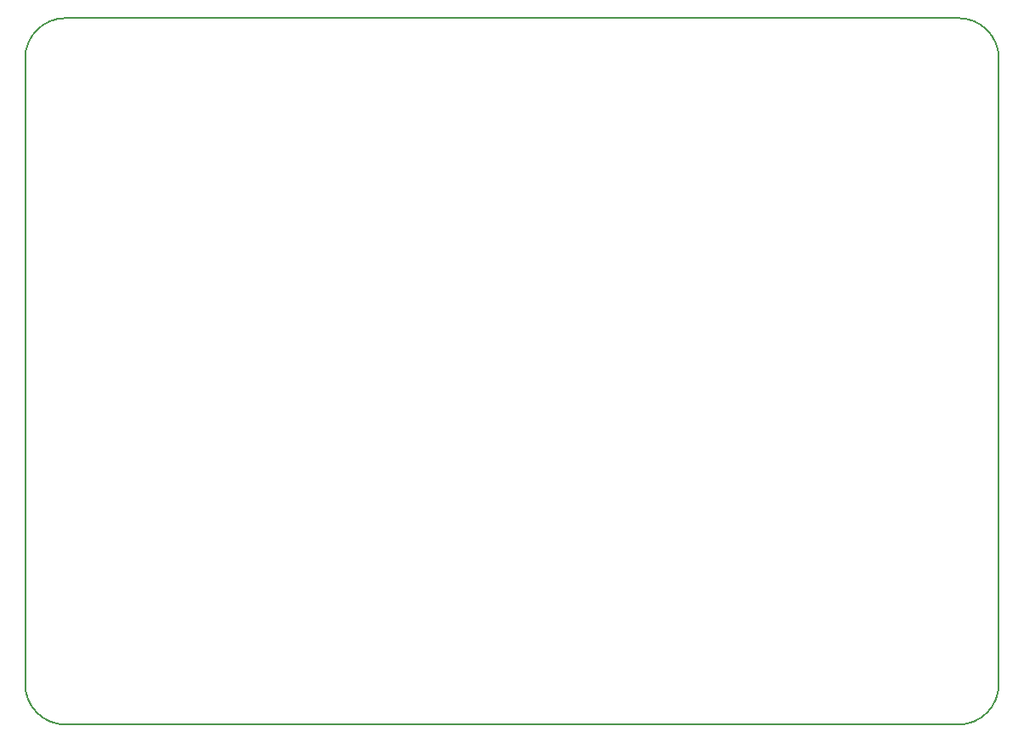
<source format=gbr>
G04 #@! TF.GenerationSoftware,KiCad,Pcbnew,(5.0.0)*
G04 #@! TF.CreationDate,2018-10-04T20:22:30-05:00*
G04 #@! TF.ProjectId,Binary_Display,42696E6172795F446973706C61792E6B,rev?*
G04 #@! TF.SameCoordinates,Original*
G04 #@! TF.FileFunction,Profile,NP*
%FSLAX46Y46*%
G04 Gerber Fmt 4.6, Leading zero omitted, Abs format (unit mm)*
G04 Created by KiCad (PCBNEW (5.0.0)) date 10/04/18 20:22:30*
%MOMM*%
%LPD*%
G01*
G04 APERTURE LIST*
%ADD10C,0.150000*%
G04 APERTURE END LIST*
D10*
X116687600Y-77927200D02*
X116687600Y-140258800D01*
X209600800Y-73914000D02*
X120700800Y-73914000D01*
X213614000Y-140258800D02*
X213614000Y-77927200D01*
X120700800Y-144272000D02*
X209600800Y-144272000D01*
X116687600Y-140258800D02*
G75*
G03X120700800Y-144272000I4013200J0D01*
G01*
X120700800Y-73914000D02*
G75*
G03X116687600Y-77927200I0J-4013200D01*
G01*
X213614000Y-77927200D02*
G75*
G03X209600800Y-73914000I-4013200J0D01*
G01*
X209600800Y-144272000D02*
G75*
G03X213614000Y-140258800I0J4013200D01*
G01*
M02*

</source>
